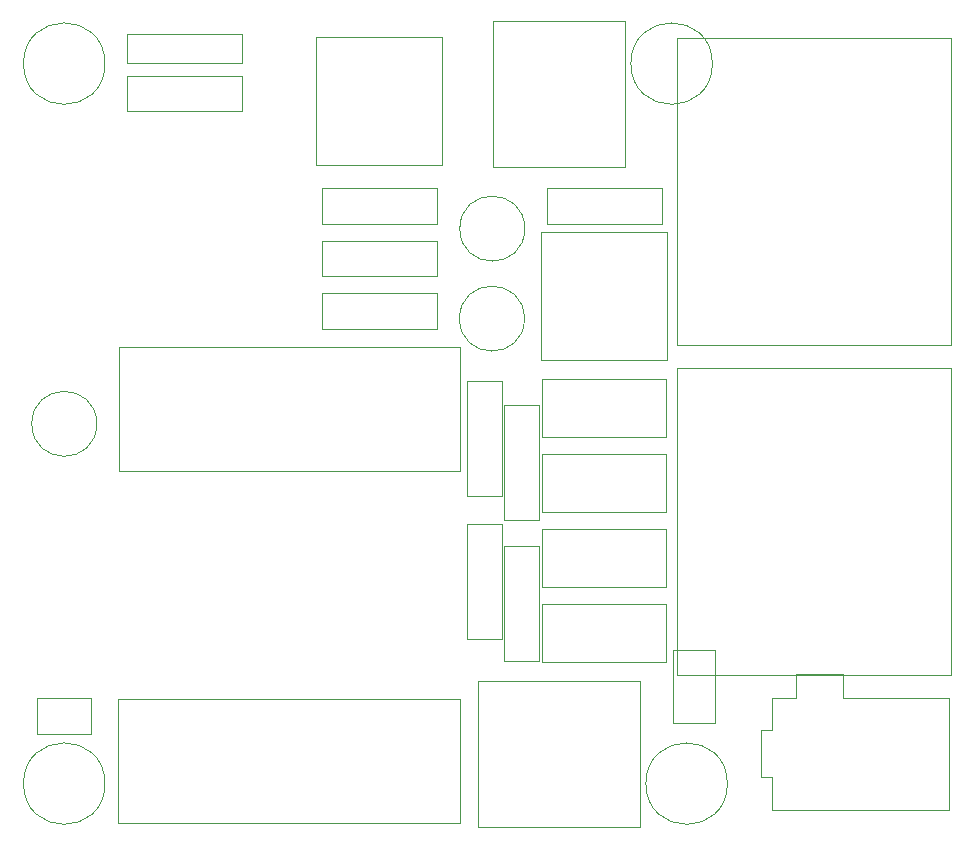
<source format=gbr>
%TF.GenerationSoftware,KiCad,Pcbnew,6.0.4+dfsg-1+b1*%
%TF.CreationDate,2022-05-07T15:52:58-05:00*%
%TF.ProjectId,color-spray,61726475-696e-46f2-9d6d-6964692d6172,rev?*%
%TF.SameCoordinates,Original*%
%TF.FileFunction,Other,User*%
%FSLAX46Y46*%
G04 Gerber Fmt 4.6, Leading zero omitted, Abs format (unit mm)*
G04 Created by KiCad (PCBNEW 6.0.4+dfsg-1+b1) date 2022-05-07 15:52:58*
%MOMM*%
%LPD*%
G01*
G04 APERTURE LIST*
%ADD10C,0.050000*%
G04 APERTURE END LIST*
D10*
%TO.C,Q4*%
X162390000Y-109884000D02*
X162390000Y-114794000D01*
X172890000Y-109884000D02*
X162390000Y-109884000D01*
X162390000Y-114794000D02*
X172890000Y-114794000D01*
X172890000Y-114794000D02*
X172890000Y-109884000D01*
%TO.C,Q3*%
X162390000Y-103534000D02*
X162390000Y-108444000D01*
X172890000Y-103534000D02*
X162390000Y-103534000D01*
X162390000Y-108444000D02*
X172890000Y-108444000D01*
X172890000Y-108444000D02*
X172890000Y-103534000D01*
%TO.C,Q2*%
X162390000Y-97184000D02*
X162390000Y-102094000D01*
X172890000Y-97184000D02*
X162390000Y-97184000D01*
X162390000Y-102094000D02*
X172890000Y-102094000D01*
X172890000Y-102094000D02*
X172890000Y-97184000D01*
%TO.C,Q1*%
X162390000Y-90834000D02*
X162390000Y-95744000D01*
X172890000Y-90834000D02*
X162390000Y-90834000D01*
X162390000Y-95744000D02*
X172890000Y-95744000D01*
X172890000Y-95744000D02*
X172890000Y-90834000D01*
%TO.C,JP1*%
X177060000Y-113770000D02*
X173460000Y-113770000D01*
X177060000Y-119920000D02*
X177060000Y-113770000D01*
X173460000Y-113770000D02*
X173460000Y-119920000D01*
X173460000Y-119920000D02*
X177060000Y-119920000D01*
%TO.C,J5*%
X187880000Y-115805000D02*
X187880000Y-117805000D01*
X187880000Y-117805000D02*
X196880000Y-117805000D01*
X183880000Y-115805000D02*
X187880000Y-115805000D01*
X180880000Y-120555000D02*
X181880000Y-120555000D01*
X180880000Y-124555000D02*
X180880000Y-120555000D01*
X181880000Y-120555000D02*
X181880000Y-117805000D01*
X196880000Y-117805000D02*
X196880000Y-127305000D01*
X183880000Y-117805000D02*
X183880000Y-115805000D01*
X181880000Y-117805000D02*
X183880000Y-117805000D01*
X181880000Y-124555000D02*
X180880000Y-124555000D01*
X181880000Y-127055000D02*
X181880000Y-127305000D01*
X181880000Y-127055000D02*
X181880000Y-124555000D01*
X181880000Y-127305000D02*
X196880000Y-127305000D01*
%TO.C,R7*%
X143740000Y-82135000D02*
X153460000Y-82135000D01*
X143740000Y-79135000D02*
X143740000Y-82135000D01*
X153460000Y-79135000D02*
X143740000Y-79135000D01*
X153460000Y-82135000D02*
X153460000Y-79135000D01*
%TO.C,R6*%
X143740000Y-77690000D02*
X153460000Y-77690000D01*
X143740000Y-74690000D02*
X143740000Y-77690000D01*
X153460000Y-74690000D02*
X143740000Y-74690000D01*
X153460000Y-77690000D02*
X153460000Y-74690000D01*
%TO.C,J2*%
X197020000Y-61930000D02*
X173820000Y-61930000D01*
X197020000Y-61930000D02*
X197020000Y-87930000D01*
X197020000Y-87930000D02*
X173820000Y-87930000D01*
X173820000Y-61930000D02*
X173820000Y-87930000D01*
%TO.C,R1*%
X155990000Y-91015000D02*
X155990000Y-100735000D01*
X158990000Y-100735000D02*
X158990000Y-91015000D01*
X158990000Y-91015000D02*
X155990000Y-91015000D01*
X155990000Y-100735000D02*
X158990000Y-100735000D01*
%TO.C,R2*%
X159165000Y-93047000D02*
X159165000Y-102767000D01*
X159165000Y-102767000D02*
X162165000Y-102767000D01*
X162165000Y-102767000D02*
X162165000Y-93047000D01*
X162165000Y-93047000D02*
X159165000Y-93047000D01*
%TO.C,C1*%
X119630000Y-120870000D02*
X124230000Y-120870000D01*
X124230000Y-120870000D02*
X124230000Y-117870000D01*
X124230000Y-117870000D02*
X119630000Y-117870000D01*
X119630000Y-117870000D02*
X119630000Y-120870000D01*
%TO.C,H3*%
X178075000Y-125085000D02*
G75*
G03*
X178075000Y-125085000I-3450000J0D01*
G01*
%TO.C,H1*%
X125380000Y-64125000D02*
G75*
G03*
X125380000Y-64125000I-3450000J0D01*
G01*
%TO.C,U3*%
X173000000Y-89210000D02*
X173000000Y-78410000D01*
X162300000Y-89210000D02*
X173000000Y-89210000D01*
X173000000Y-78410000D02*
X162300000Y-78410000D01*
X162300000Y-78410000D02*
X162300000Y-89210000D01*
%TO.C,R8*%
X153460000Y-83580000D02*
X143740000Y-83580000D01*
X153460000Y-86580000D02*
X153460000Y-83580000D01*
X143740000Y-83580000D02*
X143740000Y-86580000D01*
X143740000Y-86580000D02*
X153460000Y-86580000D01*
%TO.C,H2*%
X176805000Y-64125000D02*
G75*
G03*
X176805000Y-64125000I-3450000J0D01*
G01*
%TO.C,J3*%
X158240000Y-72840000D02*
X169440000Y-72840000D01*
X169440000Y-60490000D02*
X158240000Y-60490000D01*
X158240000Y-60490000D02*
X158240000Y-72840000D01*
X169440000Y-72840000D02*
X169440000Y-60490000D01*
%TO.C,U2*%
X153950000Y-61900000D02*
X143250000Y-61900000D01*
X143250000Y-61900000D02*
X143250000Y-72700000D01*
X143250000Y-72700000D02*
X153950000Y-72700000D01*
X153950000Y-72700000D02*
X153950000Y-61900000D01*
%TO.C,R4*%
X159165000Y-114705000D02*
X162165000Y-114705000D01*
X162165000Y-104985000D02*
X159165000Y-104985000D01*
X159165000Y-104985000D02*
X159165000Y-114705000D01*
X162165000Y-114705000D02*
X162165000Y-104985000D01*
%TO.C,C4*%
X155420000Y-128430000D02*
X155420000Y-117930000D01*
X126520000Y-128430000D02*
X155420000Y-128430000D01*
X126520000Y-117930000D02*
X126520000Y-128430000D01*
X155420000Y-117930000D02*
X126520000Y-117930000D01*
%TO.C,C2*%
X126530000Y-98585000D02*
X155430000Y-98585000D01*
X126530000Y-88085000D02*
X126530000Y-98585000D01*
X155430000Y-88085000D02*
X126530000Y-88085000D01*
X155430000Y-98585000D02*
X155430000Y-88085000D01*
%TO.C,D1*%
X136950000Y-64105000D02*
X136950000Y-61605000D01*
X127230000Y-64105000D02*
X136950000Y-64105000D01*
X127230000Y-61605000D02*
X127230000Y-64105000D01*
X136950000Y-61605000D02*
X127230000Y-61605000D01*
%TO.C,J6*%
X156965000Y-128720000D02*
X170715000Y-128720000D01*
X156965000Y-116370000D02*
X156965000Y-128720000D01*
X170715000Y-116370000D02*
X156965000Y-116370000D01*
X170715000Y-128720000D02*
X170715000Y-116370000D01*
%TO.C,R9*%
X172510000Y-77690000D02*
X172510000Y-74690000D01*
X162790000Y-74690000D02*
X162790000Y-77690000D01*
X162790000Y-77690000D02*
X172510000Y-77690000D01*
X172510000Y-74690000D02*
X162790000Y-74690000D01*
%TO.C,J4*%
X197020000Y-89870000D02*
X173820000Y-89870000D01*
X173820000Y-89870000D02*
X173820000Y-115870000D01*
X197020000Y-89870000D02*
X197020000Y-115870000D01*
X197020000Y-115870000D02*
X173820000Y-115870000D01*
%TO.C,C3*%
X124680000Y-94625000D02*
G75*
G03*
X124680000Y-94625000I-2750000J0D01*
G01*
%TO.C,H4*%
X125380000Y-125085000D02*
G75*
G03*
X125380000Y-125085000I-3450000J0D01*
G01*
%TO.C,C6*%
X160895000Y-85715000D02*
G75*
G03*
X160895000Y-85715000I-2750000J0D01*
G01*
%TO.C,R3*%
X155990000Y-103080000D02*
X155990000Y-112800000D01*
X158990000Y-103080000D02*
X155990000Y-103080000D01*
X158990000Y-112800000D02*
X158990000Y-103080000D01*
X155990000Y-112800000D02*
X158990000Y-112800000D01*
%TO.C,C5*%
X160919887Y-78095000D02*
G75*
G03*
X160919887Y-78095000I-2750000J0D01*
G01*
%TO.C,R5*%
X127230000Y-65165000D02*
X127230000Y-68165000D01*
X136950000Y-65165000D02*
X127230000Y-65165000D01*
X127230000Y-68165000D02*
X136950000Y-68165000D01*
X136950000Y-68165000D02*
X136950000Y-65165000D01*
%TD*%
M02*

</source>
